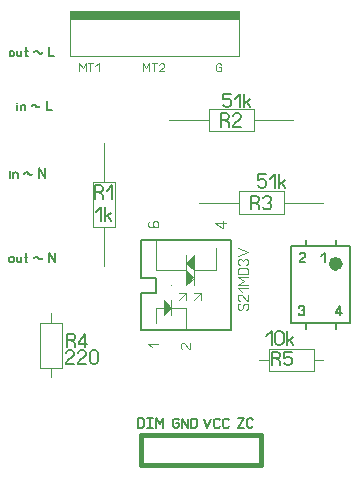
<source format=gbr>
%FSLAX34Y34*%
%MOMM*%
%LNSILK_TOP*%
G71*
G01*
%ADD10C, 0.09*%
%ADD11C, 0.10*%
%ADD12C, 0.14*%
%ADD13C, 0.20*%
%ADD14C, 0.60*%
%ADD15C, 0.14*%
%ADD16C, 0.00*%
%ADD17C, 0.11*%
%ADD18C, 0.40*%
%LPD*%
G54D10*
X61950Y942950D02*
X61950Y950050D01*
X64650Y945650D01*
X67250Y950050D01*
X67250Y942950D01*
G54D10*
X71350Y942950D02*
X71350Y950050D01*
G54D10*
X69250Y950050D02*
X73550Y950050D01*
G54D10*
X75550Y947350D02*
X78250Y950050D01*
X78250Y942950D01*
G54D10*
X115950Y942950D02*
X115950Y950050D01*
X118650Y945650D01*
X121250Y950050D01*
X121250Y942950D01*
G54D10*
X125350Y942950D02*
X125350Y950050D01*
G54D10*
X123250Y950050D02*
X127550Y950050D01*
G54D10*
X133850Y942950D02*
X129550Y942950D01*
X129550Y943350D01*
X130050Y944250D01*
X133250Y946950D01*
X133850Y947850D01*
X133850Y948750D01*
X133250Y949650D01*
X132250Y950050D01*
X131150Y950050D01*
X130050Y949650D01*
X129550Y948750D01*
G54D10*
X179950Y946550D02*
X182150Y946550D01*
X182150Y944250D01*
X181550Y943350D01*
X180550Y942950D01*
X179450Y942950D01*
X178350Y943350D01*
X177850Y944250D01*
X177850Y948750D01*
X178350Y949650D01*
X179450Y950050D01*
X180550Y950050D01*
X181550Y949650D01*
X182150Y948750D01*
G54D11*
X196850Y955650D02*
X53950Y955650D01*
X53950Y987350D01*
X196850Y987350D01*
X196850Y955650D01*
G36*
X53950Y987350D02*
X53950Y993750D01*
X196850Y993750D01*
X196850Y987350D01*
X53950Y987350D01*
G37*
G54D11*
X53950Y987350D02*
X53950Y993750D01*
X196850Y993750D01*
X196850Y987350D01*
X53950Y987350D01*
G54D11*
X73521Y849392D02*
X92521Y849392D01*
X92521Y811392D01*
X73521Y811392D01*
X73521Y849392D01*
G54D11*
X83021Y849492D02*
X83021Y882792D01*
G54D11*
X83021Y777992D02*
X83021Y811292D01*
G54D12*
X78735Y840693D02*
X81335Y839248D01*
X82202Y837804D01*
X82202Y834915D01*
G54D12*
X75268Y834915D02*
X75268Y846470D01*
X79602Y846470D01*
X81335Y845748D01*
X82202Y844304D01*
X82202Y842859D01*
X81335Y841415D01*
X79602Y840693D01*
X75268Y840693D01*
G54D12*
X85379Y842137D02*
X89713Y846470D01*
X89713Y834915D01*
G54D12*
X75903Y823685D02*
X80237Y828019D01*
X80237Y816463D01*
G54D12*
X83414Y816463D02*
X83414Y828019D01*
G54D12*
X86014Y820796D02*
X88614Y816463D01*
G54D12*
X83414Y819352D02*
X88614Y822963D01*
G54D11*
X234900Y841350D02*
X234900Y822350D01*
X196900Y822350D01*
X196900Y841350D01*
X234900Y841350D01*
G54D11*
X235000Y831850D02*
X268300Y831850D01*
G54D11*
X163500Y831850D02*
X196800Y831850D01*
G54D12*
X210490Y831983D02*
X213090Y830539D01*
X213956Y829094D01*
X213956Y826205D01*
G54D12*
X207023Y826205D02*
X207023Y837761D01*
X211356Y837761D01*
X213090Y837039D01*
X213956Y835594D01*
X213956Y834150D01*
X213090Y832705D01*
X211356Y831983D01*
X207023Y831983D01*
G54D12*
X217134Y835594D02*
X218001Y837039D01*
X219734Y837761D01*
X221467Y837761D01*
X223201Y837039D01*
X224067Y835594D01*
X224067Y834150D01*
X223201Y832705D01*
X221467Y831983D01*
X223201Y831261D01*
X224067Y829816D01*
X224067Y828372D01*
X223201Y826927D01*
X221467Y826205D01*
X219734Y826205D01*
X218001Y826927D01*
X217134Y828372D01*
G54D12*
X220130Y855848D02*
X213196Y855848D01*
X213196Y850792D01*
X214063Y850792D01*
X215796Y851514D01*
X217530Y851514D01*
X219263Y850792D01*
X220130Y849348D01*
X220130Y846459D01*
X219263Y845014D01*
X217530Y844292D01*
X215796Y844292D01*
X214063Y845014D01*
X213196Y846459D01*
G54D12*
X223307Y851514D02*
X227641Y855848D01*
X227641Y844292D01*
G54D12*
X230818Y844292D02*
X230818Y855848D01*
G54D12*
X233418Y848626D02*
X236018Y844292D01*
G54D12*
X230818Y847181D02*
X236018Y850792D01*
G54D11*
X209500Y911200D02*
X209500Y892200D01*
X171500Y892200D01*
X171500Y911200D01*
X209500Y911200D01*
G54D11*
X209600Y901700D02*
X242900Y901700D01*
G54D11*
X138100Y901700D02*
X171400Y901700D01*
G54D12*
X185090Y901833D02*
X187690Y900389D01*
X188556Y898944D01*
X188556Y896055D01*
G54D12*
X181623Y896055D02*
X181623Y907611D01*
X185956Y907611D01*
X187690Y906889D01*
X188556Y905444D01*
X188556Y904000D01*
X187690Y902555D01*
X185956Y901833D01*
X181623Y901833D01*
G54D12*
X198668Y896055D02*
X191734Y896055D01*
X191734Y896777D01*
X192601Y898222D01*
X197801Y902555D01*
X198668Y904000D01*
X198668Y905444D01*
X197801Y906889D01*
X196068Y907611D01*
X194334Y907611D01*
X192601Y906889D01*
X191734Y905444D01*
G54D12*
X190534Y924299D02*
X183601Y924299D01*
X183601Y919243D01*
X184467Y919243D01*
X186201Y919965D01*
X187934Y919965D01*
X189667Y919243D01*
X190534Y917799D01*
X190534Y914910D01*
X189667Y913465D01*
X187934Y912743D01*
X186201Y912743D01*
X184467Y913465D01*
X183601Y914910D01*
G54D12*
X193712Y919965D02*
X198045Y924299D01*
X198045Y912743D01*
G54D12*
X201223Y912743D02*
X201223Y924299D01*
G54D12*
X203823Y917076D02*
X206423Y912743D01*
G54D12*
X201223Y915632D02*
X206423Y919243D01*
G54D13*
X241500Y795100D02*
X241500Y730100D01*
X291500Y730100D01*
X291500Y795100D01*
X241500Y795100D01*
G54D13*
X279000Y800100D02*
X279000Y795100D01*
G54D13*
X254000Y800100D02*
X254000Y795100D01*
G54D13*
X279000Y730100D02*
X279000Y725100D01*
G54D13*
X254000Y730100D02*
X254000Y725100D01*
G54D14*
G75*
G01X282000Y780100D02*
G03X282000Y780100I-3000J0D01*
G01*
G54D15*
X3261Y852973D02*
X3261Y857473D01*
G54D15*
X3261Y858973D02*
X3261Y858973D01*
G54D15*
X6061Y852973D02*
X6061Y857473D01*
G54D15*
X6061Y856473D02*
X6661Y857173D01*
X7861Y857473D01*
X9061Y857173D01*
X9661Y856473D01*
X9661Y852973D01*
G54D15*
X15381Y856473D02*
X15861Y857173D01*
X16581Y857573D01*
X17541Y857573D01*
X18261Y857173D01*
X18861Y856473D01*
X19341Y855773D01*
X20061Y855373D01*
X21141Y855373D01*
X21741Y855773D01*
X22221Y856473D01*
G54D15*
X27941Y852973D02*
X27941Y860973D01*
X32741Y852973D01*
X32741Y860973D01*
G54D15*
X6325Y782622D02*
X6325Y784622D01*
X5725Y785622D01*
X4525Y785922D01*
X3325Y785622D01*
X2725Y784622D01*
X2725Y782622D01*
X3325Y781622D01*
X4525Y781422D01*
X5725Y781622D01*
X6325Y782622D01*
G54D15*
X12725Y785922D02*
X12725Y781422D01*
G54D15*
X12725Y782422D02*
X12125Y781622D01*
X10925Y781422D01*
X9725Y781622D01*
X9125Y782422D01*
X9125Y785922D01*
G54D15*
X16725Y789422D02*
X16725Y781922D01*
X17325Y781422D01*
X17925Y781622D01*
G54D15*
X15525Y785922D02*
X17925Y785922D01*
G54D15*
X23645Y784922D02*
X24125Y785622D01*
X24845Y786022D01*
X25805Y786022D01*
X26525Y785622D01*
X27125Y784922D01*
X27605Y784222D01*
X28325Y783822D01*
X29405Y783822D01*
X30005Y784222D01*
X30485Y784922D01*
G54D15*
X36205Y781422D02*
X36205Y789422D01*
X41005Y781422D01*
X41005Y789422D01*
G54D15*
X6457Y956959D02*
X6457Y958959D01*
X5857Y959959D01*
X4657Y960259D01*
X3457Y959959D01*
X2857Y958959D01*
X2857Y956959D01*
X3457Y955959D01*
X4657Y955759D01*
X5857Y955959D01*
X6457Y956959D01*
G54D15*
X12857Y960259D02*
X12857Y955759D01*
G54D15*
X12857Y956759D02*
X12257Y955959D01*
X11057Y955759D01*
X9857Y955959D01*
X9257Y956759D01*
X9257Y960259D01*
G54D15*
X16857Y963759D02*
X16857Y956259D01*
X17457Y955759D01*
X18057Y955959D01*
G54D15*
X15657Y960259D02*
X18057Y960259D01*
G54D15*
X23777Y959259D02*
X24257Y959959D01*
X24977Y960359D01*
X25937Y960359D01*
X26657Y959959D01*
X27257Y959259D01*
X27737Y958559D01*
X28457Y958159D01*
X29537Y958159D01*
X30137Y958559D01*
X30617Y959259D01*
G54D15*
X36337Y963759D02*
X36337Y955759D01*
X40537Y955759D01*
G54D11*
X28600Y730200D02*
X47600Y730200D01*
X47600Y692200D01*
X28600Y692200D01*
X28600Y730200D01*
G54D11*
X38100Y730300D02*
X38100Y738200D01*
G54D11*
X38100Y692200D02*
X38100Y684300D01*
G54D12*
X54675Y715260D02*
X57275Y713815D01*
X58142Y712371D01*
X58142Y709482D01*
G54D12*
X51209Y709482D02*
X51209Y721037D01*
X55542Y721037D01*
X57275Y720315D01*
X58142Y718871D01*
X58142Y717426D01*
X57275Y715982D01*
X55542Y715260D01*
X51209Y715260D01*
G54D12*
X66520Y709482D02*
X66520Y721037D01*
X61320Y713815D01*
X61320Y712371D01*
X68253Y712371D01*
G54D12*
X57688Y695332D02*
X50754Y695332D01*
X50754Y696054D01*
X51621Y697499D01*
X56821Y701832D01*
X57688Y703276D01*
X57688Y704721D01*
X56821Y706165D01*
X55088Y706888D01*
X53354Y706888D01*
X51621Y706165D01*
X50754Y704721D01*
G54D12*
X67799Y695332D02*
X60865Y695332D01*
X60865Y696054D01*
X61732Y697499D01*
X66932Y701832D01*
X67799Y703276D01*
X67799Y704721D01*
X66932Y706165D01*
X65199Y706888D01*
X63465Y706888D01*
X61732Y706165D01*
X60865Y704721D01*
G54D12*
X77910Y704721D02*
X77910Y697499D01*
X77043Y696054D01*
X75310Y695332D01*
X73576Y695332D01*
X71843Y696054D01*
X70976Y697499D01*
X70976Y704721D01*
X71843Y706165D01*
X73576Y706888D01*
X75310Y706888D01*
X77043Y706165D01*
X77910Y704721D01*
G54D15*
X111854Y641253D02*
X111854Y649253D01*
X114854Y649253D01*
X116054Y648753D01*
X116654Y647753D01*
X116654Y642753D01*
X116054Y641753D01*
X114854Y641253D01*
X111854Y641253D01*
G54D15*
X119454Y641253D02*
X124254Y641253D01*
G54D15*
X121854Y641253D02*
X121854Y649253D01*
G54D15*
X119454Y649253D02*
X124254Y649253D01*
G54D15*
X127054Y641253D02*
X127054Y649253D01*
X130054Y644253D01*
X133054Y649253D01*
X133054Y641253D01*
G54D15*
X143658Y645091D02*
X146058Y645091D01*
X146058Y642591D01*
X145458Y641591D01*
X144258Y641091D01*
X143058Y641091D01*
X141858Y641591D01*
X141258Y642591D01*
X141258Y647591D01*
X141858Y648591D01*
X143058Y649091D01*
X144258Y649091D01*
X145458Y648591D01*
X146058Y647591D01*
G54D15*
X148858Y641091D02*
X148858Y649091D01*
X153658Y641091D01*
X153658Y649091D01*
G54D15*
X156458Y641091D02*
X156458Y649091D01*
X159458Y649091D01*
X160658Y648591D01*
X161258Y647591D01*
X161258Y642591D01*
X160658Y641591D01*
X159458Y641091D01*
X156458Y641091D01*
G54D15*
X196404Y649433D02*
X201204Y649433D01*
X196404Y641433D01*
X201204Y641433D01*
G54D15*
X208804Y642933D02*
X208204Y641933D01*
X207004Y641433D01*
X205804Y641433D01*
X204604Y641933D01*
X204004Y642933D01*
X204004Y647933D01*
X204604Y648933D01*
X205804Y649433D01*
X207004Y649433D01*
X208204Y648933D01*
X208804Y647933D01*
G54D11*
X260300Y708000D02*
X260300Y689000D01*
X222300Y689000D01*
X222300Y708000D01*
X260300Y708000D01*
G54D11*
X260400Y698500D02*
X268300Y698500D01*
G54D11*
X222300Y698500D02*
X214400Y698500D01*
G54D12*
X228656Y699956D02*
X231256Y698511D01*
X232123Y697067D01*
X232123Y694178D01*
G54D12*
X225190Y694178D02*
X225190Y705733D01*
X229523Y705733D01*
X231256Y705011D01*
X232123Y703567D01*
X232123Y702122D01*
X231256Y700678D01*
X229523Y699956D01*
X225190Y699956D01*
G54D12*
X242234Y705733D02*
X235301Y705733D01*
X235301Y700678D01*
X236167Y700678D01*
X237901Y701400D01*
X239634Y701400D01*
X241367Y700678D01*
X242234Y699233D01*
X242234Y696344D01*
X241367Y694900D01*
X239634Y694178D01*
X237901Y694178D01*
X236167Y694900D01*
X235301Y696344D01*
G54D12*
X220356Y718621D02*
X224689Y722954D01*
X224689Y711399D01*
G54D12*
X234800Y720787D02*
X234800Y713565D01*
X233934Y712121D01*
X232200Y711399D01*
X230467Y711399D01*
X228734Y712121D01*
X227867Y713565D01*
X227867Y720787D01*
X228734Y722232D01*
X230467Y722954D01*
X232200Y722954D01*
X233934Y722232D01*
X234800Y720787D01*
G54D12*
X237978Y711399D02*
X237978Y722954D01*
G54D12*
X240578Y715732D02*
X243178Y711399D01*
G54D12*
X237978Y714287D02*
X243178Y717899D01*
G54D15*
X266933Y786551D02*
X269933Y789551D01*
X269933Y781551D01*
G54D15*
X253359Y781552D02*
X248559Y781552D01*
X248559Y782052D01*
X249159Y783052D01*
X252759Y786052D01*
X253359Y787052D01*
X253359Y788052D01*
X252759Y789052D01*
X251559Y789552D01*
X250359Y789552D01*
X249159Y789052D01*
X248559Y788052D01*
G54D15*
X247650Y743100D02*
X248250Y744100D01*
X249450Y744600D01*
X250650Y744600D01*
X251850Y744100D01*
X252450Y743100D01*
X252450Y742100D01*
X251850Y741100D01*
X250650Y740600D01*
X251850Y740100D01*
X252450Y739100D01*
X252450Y738100D01*
X251850Y737100D01*
X250650Y736600D01*
X249450Y736600D01*
X248250Y737100D01*
X247650Y738100D01*
G54D15*
X283000Y736600D02*
X283000Y744600D01*
X279400Y739600D01*
X279400Y738600D01*
X284200Y738600D01*
G54D15*
X9568Y910216D02*
X9568Y914716D01*
G54D15*
X9568Y916216D02*
X9568Y916216D01*
G54D15*
X12368Y910216D02*
X12368Y914716D01*
G54D15*
X12368Y913716D02*
X12968Y914416D01*
X14168Y914716D01*
X15368Y914416D01*
X15968Y913716D01*
X15968Y910216D01*
G54D15*
X21688Y913716D02*
X22168Y914416D01*
X22888Y914816D01*
X23848Y914816D01*
X24568Y914416D01*
X25168Y913716D01*
X25648Y913016D01*
X26368Y912616D01*
X27448Y912616D01*
X28048Y913016D01*
X28528Y913716D01*
G54D15*
X34248Y918216D02*
X34248Y910216D01*
X38448Y910216D01*
G54D15*
X167224Y649011D02*
X170224Y641011D01*
X173224Y649011D01*
G54D15*
X180824Y642511D02*
X180224Y641511D01*
X179024Y641011D01*
X177824Y641011D01*
X176624Y641511D01*
X176024Y642511D01*
X176024Y647511D01*
X176624Y648511D01*
X177824Y649011D01*
X179024Y649011D01*
X180224Y648511D01*
X180824Y647511D01*
G54D15*
X188424Y642511D02*
X187824Y641511D01*
X186624Y641011D01*
X185424Y641011D01*
X184224Y641511D01*
X183624Y642511D01*
X183624Y647511D01*
X184224Y648511D01*
X185424Y649011D01*
X186624Y649011D01*
X187824Y648511D01*
X188424Y647511D01*
G54D16*
X139200Y762500D02*
X139200Y762500D01*
G54D13*
X114300Y768400D02*
X114300Y800200D01*
G54D13*
X114300Y768400D02*
X127000Y768400D01*
G54D13*
X127000Y755800D02*
X127000Y768400D01*
G54D13*
X114300Y755800D02*
X127000Y755800D01*
G54D13*
X114300Y724000D02*
X114300Y755800D01*
G54D13*
X114300Y723900D02*
X190500Y723900D01*
G54D13*
X190500Y723900D02*
X190500Y800100D01*
G54D13*
X114300Y800100D02*
X190500Y800100D01*
G54D11*
X139650Y736500D02*
X139650Y749300D01*
G54D11*
X127000Y730200D02*
X127000Y742900D01*
X133400Y742900D01*
X152400Y742900D01*
X152400Y723800D01*
G36*
X133400Y736500D02*
X133400Y749300D01*
X139600Y742900D01*
X133400Y736500D01*
G37*
G54D11*
X133400Y736500D02*
X133400Y749300D01*
X139600Y742900D01*
X133400Y736500D01*
G54D11*
X152400Y761900D02*
X152400Y774700D01*
X158800Y768300D01*
X152400Y761900D01*
X152400Y761900D01*
G54D11*
X158800Y774700D02*
X158800Y787300D01*
X152400Y781000D01*
X158800Y774700D01*
G54D11*
X158800Y761900D02*
X158800Y774700D01*
G54D11*
X152400Y774700D02*
X152400Y787300D01*
G54D11*
X158800Y774700D02*
X177800Y774700D01*
X177800Y793700D01*
G54D11*
X152400Y774700D02*
X127000Y774700D01*
X127000Y800100D01*
G54D11*
X158650Y749300D02*
X164950Y755600D01*
X164950Y749300D01*
X164950Y752450D01*
X164950Y755600D01*
X158650Y755600D01*
G54D11*
X152350Y755600D02*
X146050Y749300D01*
X152350Y755600D01*
X146050Y755600D01*
X152350Y755600D01*
X152350Y749300D01*
G36*
X152400Y761900D02*
X152400Y774700D01*
X158800Y768300D01*
X152400Y761900D01*
G37*
G54D11*
X152400Y761900D02*
X152400Y774700D01*
X158800Y768300D01*
X152400Y761900D01*
G36*
X152400Y781000D02*
X158800Y774700D01*
X158800Y787300D01*
X152400Y781000D01*
G37*
G54D11*
X152400Y781000D02*
X158800Y774700D01*
X158800Y787300D01*
X152400Y781000D01*
G54D17*
X123300Y709300D02*
X120000Y712600D01*
X128900Y712600D01*
G54D17*
X186000Y814800D02*
X177100Y814800D01*
X182700Y810800D01*
X183800Y810800D01*
X183800Y816100D01*
G54D17*
X121700Y816300D02*
X120600Y815700D01*
X120000Y814300D01*
X120000Y813000D01*
X120600Y811700D01*
X121700Y811000D01*
X124500Y811000D01*
X125000Y811000D01*
X123900Y813000D01*
X123900Y814300D01*
X124500Y815700D01*
X125600Y816300D01*
X127200Y816300D01*
X128300Y815700D01*
X128900Y814300D01*
X128900Y813000D01*
X128300Y811700D01*
X127200Y811000D01*
X124500Y811000D01*
G54D11*
X155700Y712900D02*
X155700Y708100D01*
X155200Y708100D01*
X154200Y708700D01*
X151200Y712300D01*
X150200Y712900D01*
X149200Y712900D01*
X148200Y712300D01*
X147700Y711100D01*
X147700Y709900D01*
X148200Y708700D01*
X149200Y708100D01*
G54D17*
X203333Y741100D02*
X204444Y741767D01*
X205000Y743100D01*
X205000Y744433D01*
X204444Y745767D01*
X203333Y746433D01*
X202222Y746433D01*
X201111Y745767D01*
X200556Y744433D01*
X200556Y743100D01*
X200000Y741767D01*
X198889Y741100D01*
X197778Y741100D01*
X196667Y741767D01*
X196111Y743100D01*
X196111Y744433D01*
X196667Y745767D01*
X197778Y746433D01*
G54D17*
X205000Y754133D02*
X205000Y748800D01*
X204444Y748800D01*
X203333Y749467D01*
X200000Y753467D01*
X198889Y754133D01*
X197778Y754133D01*
X196667Y753467D01*
X196111Y752133D01*
X196111Y750800D01*
X196667Y749467D01*
X197778Y748800D01*
G54D17*
X199444Y756500D02*
X196111Y759833D01*
X205000Y759833D01*
G54D17*
X205000Y762200D02*
X196111Y762200D01*
X201667Y765533D01*
X196111Y768867D01*
X205000Y768867D01*
G54D17*
X205000Y771300D02*
X196111Y771300D01*
X196111Y774633D01*
X196667Y775967D01*
X197778Y776633D01*
X203333Y776633D01*
X204444Y775967D01*
X205000Y774633D01*
X205000Y771300D01*
G54D17*
X197778Y779000D02*
X196667Y779667D01*
X196111Y781000D01*
X196111Y782333D01*
X196667Y783667D01*
X197778Y784333D01*
X198889Y784333D01*
X200000Y783667D01*
X200556Y782333D01*
X201111Y783667D01*
X202222Y784333D01*
X203333Y784333D01*
X204444Y783667D01*
X205000Y782333D01*
X205000Y781000D01*
X204444Y779667D01*
X203333Y779000D01*
G54D17*
X196111Y786700D02*
X205000Y790033D01*
X196111Y793367D01*
G54D18*
X114300Y609600D02*
X215900Y609600D01*
X215900Y635000D01*
X114300Y635000D01*
X114300Y609600D01*
M02*

</source>
